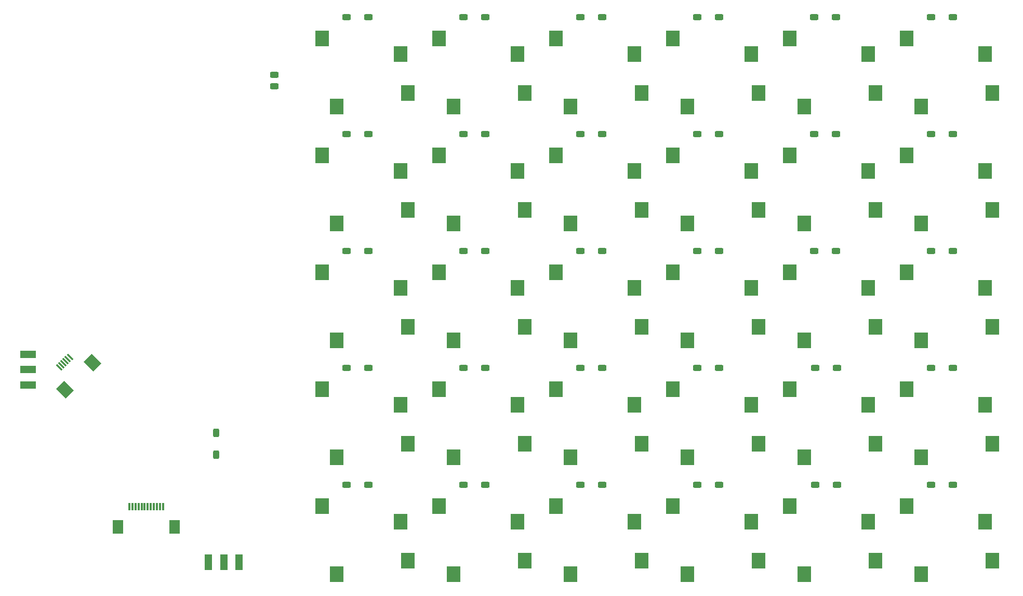
<source format=gbr>
%TF.GenerationSoftware,KiCad,Pcbnew,9.0.5-9.0.5~ubuntu24.04.1*%
%TF.CreationDate,2025-11-05T00:35:35+08:00*%
%TF.ProjectId,TPS,5450532e-6b69-4636-9164-5f7063625858,rev?*%
%TF.SameCoordinates,Original*%
%TF.FileFunction,Paste,Top*%
%TF.FilePolarity,Positive*%
%FSLAX46Y46*%
G04 Gerber Fmt 4.6, Leading zero omitted, Abs format (unit mm)*
G04 Created by KiCad (PCBNEW 9.0.5-9.0.5~ubuntu24.04.1) date 2025-11-05 00:35:35*
%MOMM*%
%LPD*%
G01*
G04 APERTURE LIST*
G04 Aperture macros list*
%AMRoundRect*
0 Rectangle with rounded corners*
0 $1 Rounding radius*
0 $2 $3 $4 $5 $6 $7 $8 $9 X,Y pos of 4 corners*
0 Add a 4 corners polygon primitive as box body*
4,1,4,$2,$3,$4,$5,$6,$7,$8,$9,$2,$3,0*
0 Add four circle primitives for the rounded corners*
1,1,$1+$1,$2,$3*
1,1,$1+$1,$4,$5*
1,1,$1+$1,$6,$7*
1,1,$1+$1,$8,$9*
0 Add four rect primitives between the rounded corners*
20,1,$1+$1,$2,$3,$4,$5,0*
20,1,$1+$1,$4,$5,$6,$7,0*
20,1,$1+$1,$6,$7,$8,$9,0*
20,1,$1+$1,$8,$9,$2,$3,0*%
%AMRotRect*
0 Rectangle, with rotation*
0 The origin of the aperture is its center*
0 $1 length*
0 $2 width*
0 $3 Rotation angle, in degrees counterclockwise*
0 Add horizontal line*
21,1,$1,$2,0,0,$3*%
%AMOutline4P*
0 Free polygon, 4 corners , with rotation*
0 The origin of the aperture is its center*
0 number of corners: always 4*
0 $1 to $8 corner X, Y*
0 $9 Rotation angle, in degrees counterclockwise*
0 create outline with 4 corners*
4,1,4,$1,$2,$3,$4,$5,$6,$7,$8,$1,$2,$9*%
G04 Aperture macros list end*
%ADD10RoundRect,0.250000X-0.450000X-0.250000X0.450000X-0.250000X0.450000X0.250000X-0.450000X0.250000X0*%
%ADD11Outline4P,-1.079500X-1.250000X1.079500X-1.250000X1.079500X1.250000X-1.079500X1.250000X180.000000*%
%ADD12RoundRect,0.250000X-0.250000X0.450000X-0.250000X-0.450000X0.250000X-0.450000X0.250000X0.450000X0*%
%ADD13RotRect,0.300000X1.300000X45.000000*%
%ADD14RotRect,1.800000X2.200000X45.000000*%
%ADD15RoundRect,0.243750X0.456250X-0.243750X0.456250X0.243750X-0.456250X0.243750X-0.456250X-0.243750X0*%
%ADD16Outline4P,-0.600000X-1.250000X0.600000X-1.250000X0.600000X1.250000X-0.600000X1.250000X270.000000*%
%ADD17R,0.300000X1.300000*%
%ADD18R,1.800000X2.200000*%
%ADD19Outline4P,-0.600000X-1.250000X0.600000X-1.250000X0.600000X1.250000X-0.600000X1.250000X0.000000*%
G04 APERTURE END LIST*
D10*
%TO.C,D17*%
X153025000Y-49050000D03*
X156575000Y-49050000D03*
%TD*%
%TO.C,D26*%
X172205000Y-106200000D03*
X175755000Y-106200000D03*
%TD*%
D11*
%TO.C,K20*%
X149004000Y-109645000D03*
X151419000Y-120725000D03*
X161797000Y-112185000D03*
X162971000Y-118525000D03*
%TD*%
%TO.C,K21*%
X168054000Y-33445000D03*
X170469000Y-44525000D03*
X180847000Y-35985000D03*
X182021000Y-42325000D03*
%TD*%
D10*
%TO.C,D2*%
X95875000Y-49050000D03*
X99425000Y-49050000D03*
%TD*%
%TO.C,D16*%
X153025000Y-30000000D03*
X156575000Y-30000000D03*
%TD*%
%TO.C,D23*%
X172075000Y-68100000D03*
X175625000Y-68100000D03*
%TD*%
D11*
%TO.C,K4*%
X91854000Y-90595000D03*
X94269000Y-101675000D03*
X104647000Y-93135000D03*
X105821000Y-99475000D03*
%TD*%
%TO.C,K5*%
X91854000Y-109645000D03*
X94269000Y-120725000D03*
X104647000Y-112185000D03*
X105821000Y-118525000D03*
%TD*%
D10*
%TO.C,D29*%
X191125000Y-68100000D03*
X194675000Y-68100000D03*
%TD*%
D11*
%TO.C,K2*%
X91854000Y-52495000D03*
X94269000Y-63575000D03*
X104647000Y-55035000D03*
X105821000Y-61375000D03*
%TD*%
D10*
%TO.C,D8*%
X114925000Y-68100000D03*
X118475000Y-68100000D03*
%TD*%
D11*
%TO.C,K9*%
X110904000Y-90595000D03*
X113319000Y-101675000D03*
X123697000Y-93135000D03*
X124871000Y-99475000D03*
%TD*%
%TO.C,K12*%
X129954000Y-52495000D03*
X132369000Y-63575000D03*
X142747000Y-55035000D03*
X143921000Y-61375000D03*
%TD*%
D10*
%TO.C,D3*%
X95875000Y-68100000D03*
X99425000Y-68100000D03*
%TD*%
D11*
%TO.C,K27*%
X187104000Y-33445000D03*
X189519000Y-44525000D03*
X199897000Y-35985000D03*
X201071000Y-42325000D03*
%TD*%
D10*
%TO.C,D1*%
X95875000Y-30000000D03*
X99425000Y-30000000D03*
%TD*%
%TO.C,D9*%
X114925000Y-87150000D03*
X118475000Y-87150000D03*
%TD*%
D11*
%TO.C,K1*%
X91854000Y-33445000D03*
X94269000Y-44525000D03*
X104647000Y-35985000D03*
X105821000Y-42325000D03*
%TD*%
%TO.C,K22*%
X168054000Y-52495000D03*
X170469000Y-63575000D03*
X180847000Y-55035000D03*
X182021000Y-61375000D03*
%TD*%
%TO.C,K11*%
X129954000Y-33445000D03*
X132369000Y-44525000D03*
X142747000Y-35985000D03*
X143921000Y-42325000D03*
%TD*%
%TO.C,K29*%
X187104000Y-71545000D03*
X189519000Y-82625000D03*
X199897000Y-74085000D03*
X201071000Y-80425000D03*
%TD*%
%TO.C,K28*%
X187104000Y-52495000D03*
X189519000Y-63575000D03*
X199897000Y-55035000D03*
X201071000Y-61375000D03*
%TD*%
D10*
%TO.C,D24*%
X172205000Y-87150000D03*
X175755000Y-87150000D03*
%TD*%
D11*
%TO.C,K30*%
X187104000Y-90595000D03*
X189519000Y-101675000D03*
X199897000Y-93135000D03*
X201071000Y-99475000D03*
%TD*%
D10*
%TO.C,D15*%
X133975000Y-106200000D03*
X137525000Y-106200000D03*
%TD*%
%TO.C,D11*%
X133975000Y-30000000D03*
X137525000Y-30000000D03*
%TD*%
D12*
%TO.C,D25*%
X74638000Y-97718000D03*
X74638000Y-101268000D03*
%TD*%
D11*
%TO.C,K23*%
X168054000Y-71545000D03*
X170469000Y-82625000D03*
X180847000Y-74085000D03*
X182021000Y-80425000D03*
%TD*%
D10*
%TO.C,D5*%
X95875000Y-106200000D03*
X99425000Y-106200000D03*
%TD*%
D11*
%TO.C,K6*%
X110904000Y-33445000D03*
X113319000Y-44525000D03*
X123697000Y-35985000D03*
X124871000Y-42325000D03*
%TD*%
D10*
%TO.C,D18*%
X153025000Y-68100000D03*
X156575000Y-68100000D03*
%TD*%
%TO.C,D14*%
X133975000Y-87150000D03*
X137525000Y-87150000D03*
%TD*%
%TO.C,D13*%
X133975000Y-68100000D03*
X137525000Y-68100000D03*
%TD*%
%TO.C,D27*%
X191125000Y-30000000D03*
X194675000Y-30000000D03*
%TD*%
D11*
%TO.C,K17*%
X149004000Y-52495000D03*
X151419000Y-63575000D03*
X161797000Y-55035000D03*
X162971000Y-61375000D03*
%TD*%
D13*
%TO.C,J5*%
X49025969Y-87068736D03*
X49379522Y-86715183D03*
X49733076Y-86361629D03*
X50086629Y-86008076D03*
X50440183Y-85654522D03*
X50793736Y-85300969D03*
D14*
X49980563Y-90710336D03*
X54435336Y-86255563D03*
%TD*%
D10*
%TO.C,D6*%
X114925000Y-30000000D03*
X118475000Y-30000000D03*
%TD*%
D11*
%TO.C,K15*%
X129954000Y-109645000D03*
X132369000Y-120725000D03*
X142747000Y-112185000D03*
X143921000Y-118525000D03*
%TD*%
D15*
%TO.C,F2*%
X84060000Y-41217500D03*
X84060000Y-39342500D03*
%TD*%
D10*
%TO.C,D20*%
X153025000Y-106200000D03*
X156575000Y-106200000D03*
%TD*%
%TO.C,D22*%
X172075000Y-49050000D03*
X175625000Y-49050000D03*
%TD*%
D16*
%TO.C,SW2*%
X43964000Y-84900000D03*
X43964000Y-87400000D03*
X43964000Y-89900000D03*
%TD*%
D11*
%TO.C,K18*%
X149004000Y-71545000D03*
X151419000Y-82625000D03*
X161797000Y-74085000D03*
X162971000Y-80425000D03*
%TD*%
D10*
%TO.C,D4*%
X95875000Y-87150000D03*
X99425000Y-87150000D03*
%TD*%
D11*
%TO.C,K7*%
X110904000Y-52495000D03*
X113319000Y-63575000D03*
X123697000Y-55035000D03*
X124871000Y-61375000D03*
%TD*%
%TO.C,K14*%
X129954000Y-90595000D03*
X132369000Y-101675000D03*
X142747000Y-93135000D03*
X143921000Y-99475000D03*
%TD*%
D10*
%TO.C,D19*%
X153025000Y-87150000D03*
X156575000Y-87150000D03*
%TD*%
D11*
%TO.C,K26*%
X168054000Y-109645000D03*
X170469000Y-120725000D03*
X180847000Y-112185000D03*
X182021000Y-118525000D03*
%TD*%
%TO.C,K19*%
X149004000Y-90595000D03*
X151419000Y-101675000D03*
X161797000Y-93135000D03*
X162971000Y-99475000D03*
%TD*%
D10*
%TO.C,D10*%
X114925000Y-106200000D03*
X118475000Y-106200000D03*
%TD*%
D11*
%TO.C,K13*%
X129954000Y-71545000D03*
X132369000Y-82625000D03*
X142747000Y-74085000D03*
X143921000Y-80425000D03*
%TD*%
D10*
%TO.C,D12*%
X133975000Y-49050000D03*
X137525000Y-49050000D03*
%TD*%
%TO.C,D31*%
X191125000Y-106200000D03*
X194675000Y-106200000D03*
%TD*%
D11*
%TO.C,K8*%
X110904000Y-71545000D03*
X113319000Y-82625000D03*
X123697000Y-74085000D03*
X124871000Y-80425000D03*
%TD*%
D17*
%TO.C,J2*%
X60471000Y-109752000D03*
X60971000Y-109752000D03*
X61471000Y-109752000D03*
X61971000Y-109752000D03*
X62471000Y-109752000D03*
X62971000Y-109752000D03*
X63471000Y-109752000D03*
X63971000Y-109752000D03*
X64471000Y-109752000D03*
X64971000Y-109752000D03*
X65471000Y-109752000D03*
X65971000Y-109752000D03*
D18*
X58571000Y-113002000D03*
X67871000Y-113002000D03*
%TD*%
D10*
%TO.C,D28*%
X191125000Y-49050000D03*
X194675000Y-49050000D03*
%TD*%
%TO.C,D7*%
X114925000Y-49050000D03*
X118475000Y-49050000D03*
%TD*%
D11*
%TO.C,K3*%
X91854000Y-71545000D03*
X94269000Y-82625000D03*
X104647000Y-74085000D03*
X105821000Y-80425000D03*
%TD*%
D19*
%TO.C,SW3*%
X73352000Y-118747000D03*
X75852000Y-118747000D03*
X78352000Y-118747000D03*
%TD*%
D11*
%TO.C,K16*%
X149004000Y-33445000D03*
X151419000Y-44525000D03*
X161797000Y-35985000D03*
X162971000Y-42325000D03*
%TD*%
D10*
%TO.C,D30*%
X191125000Y-87150000D03*
X194675000Y-87150000D03*
%TD*%
D11*
%TO.C,K31*%
X187104000Y-109645000D03*
X189519000Y-120725000D03*
X199897000Y-112185000D03*
X201071000Y-118525000D03*
%TD*%
%TO.C,K10*%
X110904000Y-109645000D03*
X113319000Y-120725000D03*
X123697000Y-112185000D03*
X124871000Y-118525000D03*
%TD*%
%TO.C,K24*%
X168054000Y-90595000D03*
X170469000Y-101675000D03*
X180847000Y-93135000D03*
X182021000Y-99475000D03*
%TD*%
D10*
%TO.C,D21*%
X172075000Y-30000000D03*
X175625000Y-30000000D03*
%TD*%
M02*

</source>
